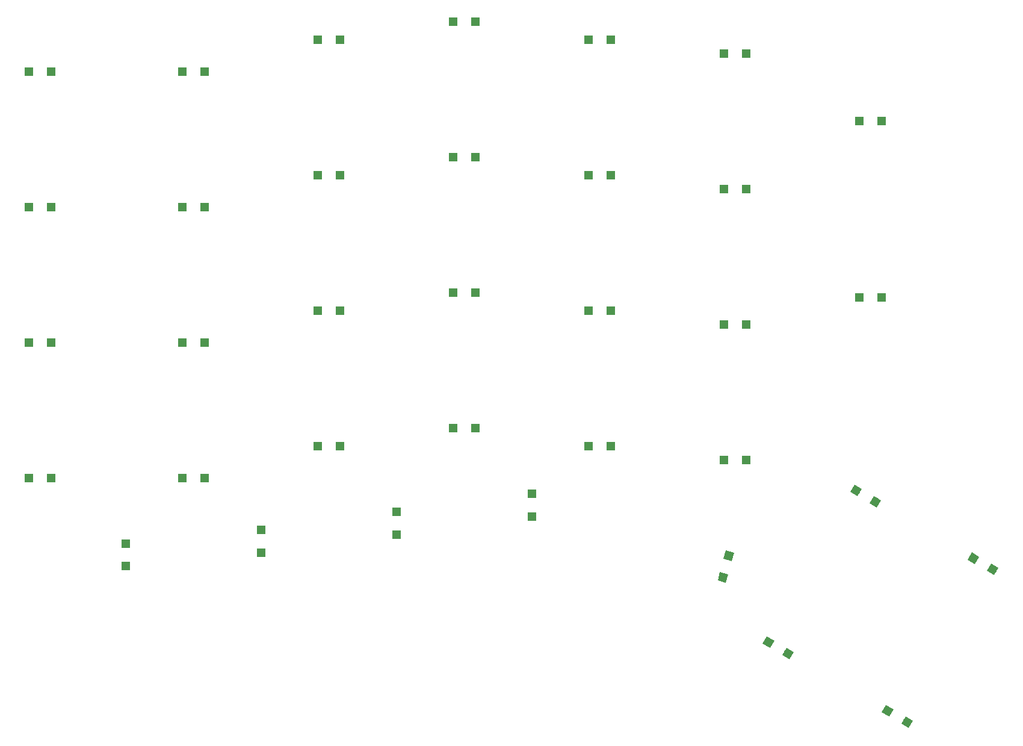
<source format=gbp>
G04 #@! TF.GenerationSoftware,KiCad,Pcbnew,5.0.0-fee4fd1~66~ubuntu18.04.1*
G04 #@! TF.CreationDate,2018-08-23T18:28:32+02:00*
G04 #@! TF.ProjectId,redox_rev1,7265646F785F726576312E6B69636164,1.0*
G04 #@! TF.SameCoordinates,Original*
G04 #@! TF.FileFunction,Paste,Bot*
G04 #@! TF.FilePolarity,Positive*
%FSLAX46Y46*%
G04 Gerber Fmt 4.6, Leading zero omitted, Abs format (unit mm)*
G04 Created by KiCad (PCBNEW 5.0.0-fee4fd1~66~ubuntu18.04.1) date Thu Aug 23 18:28:32 2018*
%MOMM*%
%LPD*%
G01*
G04 APERTURE LIST*
%ADD10R,1.200000X1.200000*%
%ADD11C,1.200000*%
%ADD12C,0.100000*%
G04 APERTURE END LIST*
D10*
G04 #@! TO.C,D0*
X93015000Y-74930000D03*
X89865000Y-74930000D03*
G04 #@! TD*
G04 #@! TO.C,D1*
X114605000Y-74930000D03*
X111455000Y-74930000D03*
G04 #@! TD*
G04 #@! TO.C,D2*
X133655000Y-70485000D03*
X130505000Y-70485000D03*
G04 #@! TD*
G04 #@! TO.C,D3*
X152705000Y-67945000D03*
X149555000Y-67945000D03*
G04 #@! TD*
G04 #@! TO.C,D4*
X171755000Y-70485000D03*
X168605000Y-70485000D03*
G04 #@! TD*
G04 #@! TO.C,D5*
X190805000Y-72390000D03*
X187655000Y-72390000D03*
G04 #@! TD*
G04 #@! TO.C,D6*
X209855000Y-81915000D03*
X206705000Y-81915000D03*
G04 #@! TD*
G04 #@! TO.C,D10*
X93015000Y-93980000D03*
X89865000Y-93980000D03*
G04 #@! TD*
G04 #@! TO.C,D11*
X114605000Y-93980000D03*
X111455000Y-93980000D03*
G04 #@! TD*
G04 #@! TO.C,D12*
X133655000Y-89535000D03*
X130505000Y-89535000D03*
G04 #@! TD*
G04 #@! TO.C,D13*
X152705000Y-86995000D03*
X149555000Y-86995000D03*
G04 #@! TD*
G04 #@! TO.C,D14*
X171755000Y-89535000D03*
X168605000Y-89535000D03*
G04 #@! TD*
G04 #@! TO.C,D15*
X190805000Y-91440000D03*
X187655000Y-91440000D03*
G04 #@! TD*
G04 #@! TO.C,D16*
X209855000Y-106680000D03*
X206705000Y-106680000D03*
G04 #@! TD*
G04 #@! TO.C,D20*
X93015000Y-113030000D03*
X89865000Y-113030000D03*
G04 #@! TD*
G04 #@! TO.C,D21*
X114605000Y-113030000D03*
X111455000Y-113030000D03*
G04 #@! TD*
G04 #@! TO.C,D22*
X133655000Y-108585000D03*
X130505000Y-108585000D03*
G04 #@! TD*
G04 #@! TO.C,D23*
X152705000Y-106045000D03*
X149555000Y-106045000D03*
G04 #@! TD*
G04 #@! TO.C,D24*
X171755000Y-108585000D03*
X168605000Y-108585000D03*
G04 #@! TD*
G04 #@! TO.C,D25*
X190805000Y-110490000D03*
X187655000Y-110490000D03*
G04 #@! TD*
D11*
G04 #@! TO.C,D26*
X209008990Y-135407500D03*
D12*
G36*
X209828605Y-135187885D02*
X209228605Y-136227115D01*
X208189375Y-135627115D01*
X208789375Y-134587885D01*
X209828605Y-135187885D01*
X209828605Y-135187885D01*
G37*
D11*
X206281010Y-133832500D03*
D12*
G36*
X207100625Y-133612885D02*
X206500625Y-134652115D01*
X205461395Y-134052115D01*
X206061395Y-133012885D01*
X207100625Y-133612885D01*
X207100625Y-133612885D01*
G37*
G04 #@! TD*
D10*
G04 #@! TO.C,D30*
X93015000Y-132080000D03*
X89865000Y-132080000D03*
G04 #@! TD*
G04 #@! TO.C,D31*
X114605000Y-132080000D03*
X111455000Y-132080000D03*
G04 #@! TD*
G04 #@! TO.C,D32*
X133655000Y-127635000D03*
X130505000Y-127635000D03*
G04 #@! TD*
G04 #@! TO.C,D33*
X152705000Y-125095000D03*
X149555000Y-125095000D03*
G04 #@! TD*
G04 #@! TO.C,D34*
X171755000Y-127635000D03*
X168605000Y-127635000D03*
G04 #@! TD*
G04 #@! TO.C,D35*
X190805000Y-129540000D03*
X187655000Y-129540000D03*
G04 #@! TD*
D11*
G04 #@! TO.C,D36*
X225518990Y-144932500D03*
D12*
G36*
X226338605Y-144712885D02*
X225738605Y-145752115D01*
X224699375Y-145152115D01*
X225299375Y-144112885D01*
X226338605Y-144712885D01*
X226338605Y-144712885D01*
G37*
D11*
X222791010Y-143357500D03*
D12*
G36*
X223610625Y-143137885D02*
X223010625Y-144177115D01*
X221971395Y-143577115D01*
X222571395Y-142537885D01*
X223610625Y-143137885D01*
X223610625Y-143137885D01*
G37*
G04 #@! TD*
D10*
G04 #@! TO.C,D40*
X103505000Y-141300000D03*
X103505000Y-144450000D03*
G04 #@! TD*
G04 #@! TO.C,D41*
X122555000Y-139395000D03*
X122555000Y-142545000D03*
G04 #@! TD*
G04 #@! TO.C,D42*
X141605000Y-136855000D03*
X141605000Y-140005000D03*
G04 #@! TD*
G04 #@! TO.C,D43*
X160655000Y-134315000D03*
X160655000Y-137465000D03*
G04 #@! TD*
D11*
G04 #@! TO.C,D44*
X188367640Y-143004667D03*
D12*
G36*
X187943376Y-142269820D02*
X189102487Y-142580403D01*
X188791904Y-143739514D01*
X187632793Y-143428931D01*
X187943376Y-142269820D01*
X187943376Y-142269820D01*
G37*
D11*
X187552360Y-146047333D03*
D12*
G36*
X187128096Y-145312486D02*
X188287207Y-145623069D01*
X187976624Y-146782180D01*
X186817513Y-146471597D01*
X187128096Y-145312486D01*
X187128096Y-145312486D01*
G37*
G04 #@! TD*
D11*
G04 #@! TO.C,D45*
X196689990Y-156743500D03*
D12*
G36*
X197509605Y-156523885D02*
X196909605Y-157563115D01*
X195870375Y-156963115D01*
X196470375Y-155923885D01*
X197509605Y-156523885D01*
X197509605Y-156523885D01*
G37*
D11*
X193962010Y-155168500D03*
D12*
G36*
X194781625Y-154948885D02*
X194181625Y-155988115D01*
X193142395Y-155388115D01*
X193742395Y-154348885D01*
X194781625Y-154948885D01*
X194781625Y-154948885D01*
G37*
G04 #@! TD*
D11*
G04 #@! TO.C,D46*
X213453990Y-166395500D03*
D12*
G36*
X214273605Y-166175885D02*
X213673605Y-167215115D01*
X212634375Y-166615115D01*
X213234375Y-165575885D01*
X214273605Y-166175885D01*
X214273605Y-166175885D01*
G37*
D11*
X210726010Y-164820500D03*
D12*
G36*
X211545625Y-164600885D02*
X210945625Y-165640115D01*
X209906395Y-165040115D01*
X210506395Y-164000885D01*
X211545625Y-164600885D01*
X211545625Y-164600885D01*
G37*
G04 #@! TD*
M02*

</source>
